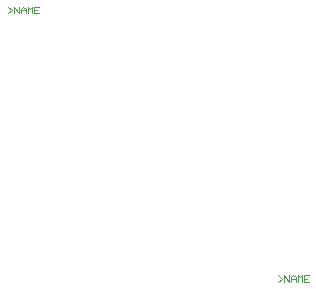
<source format=gbo>
G75*
%MOIN*%
%OFA0B0*%
%FSLAX25Y25*%
%IPPOS*%
%LPD*%
%AMOC8*
5,1,8,0,0,1.08239X$1,22.5*
%
%ADD10C,0.00200*%
D10*
X0072782Y0107506D02*
X0074250Y0108607D01*
X0072782Y0109708D01*
X0074992Y0109708D02*
X0074992Y0107506D01*
X0076460Y0107506D02*
X0074992Y0109708D01*
X0076460Y0109708D02*
X0076460Y0107506D01*
X0077202Y0107506D02*
X0077202Y0108974D01*
X0077936Y0109708D01*
X0078670Y0108974D01*
X0078670Y0107506D01*
X0079412Y0107506D02*
X0079412Y0109708D01*
X0080146Y0108974D01*
X0080880Y0109708D01*
X0080880Y0107506D01*
X0081622Y0107506D02*
X0081622Y0109708D01*
X0083089Y0109708D01*
X0082355Y0108607D02*
X0081622Y0108607D01*
X0081622Y0107506D02*
X0083089Y0107506D01*
X0078670Y0108607D02*
X0077202Y0108607D01*
X0162782Y0020268D02*
X0164250Y0019167D01*
X0162782Y0018066D01*
X0164992Y0018066D02*
X0164992Y0020268D01*
X0166460Y0018066D01*
X0166460Y0020268D01*
X0167202Y0019534D02*
X0167202Y0018066D01*
X0167202Y0019167D02*
X0168670Y0019167D01*
X0168670Y0019534D02*
X0168670Y0018066D01*
X0169412Y0018066D02*
X0169412Y0020268D01*
X0170146Y0019534D01*
X0170880Y0020268D01*
X0170880Y0018066D01*
X0171622Y0018066D02*
X0173089Y0018066D01*
X0172355Y0019167D02*
X0171622Y0019167D01*
X0171622Y0020268D02*
X0171622Y0018066D01*
X0171622Y0020268D02*
X0173089Y0020268D01*
X0168670Y0019534D02*
X0167936Y0020268D01*
X0167202Y0019534D01*
M02*

</source>
